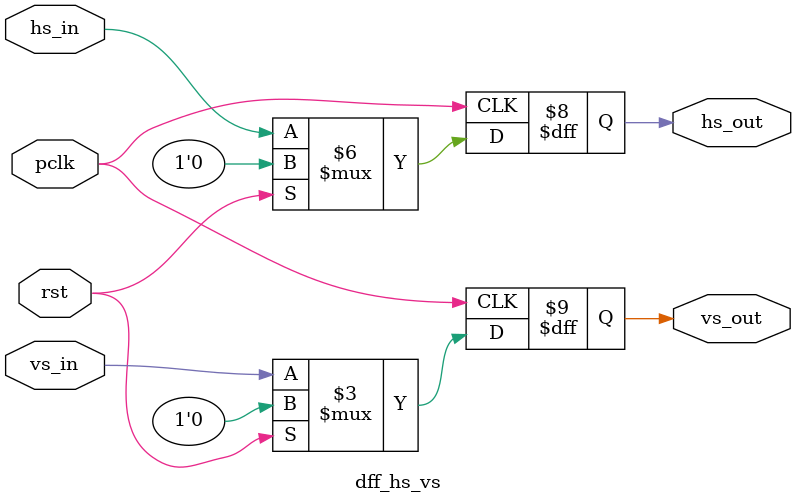
<source format=v>


`timescale 1 ns / 1 ps

// Declare the module and its ports. This is
// using Verilog-2001 syntax.

module dff_hs_vs (
    input wire pclk,                                  // Peripheral Clock
    input wire rst,                                   // Synchrous reset

    input wire hs_in,
    input wire vs_in,

    output reg hs_out,
    output reg vs_out
);

    always @(posedge pclk) begin
        if(rst) begin
            hs_out <= 12'b0;
            vs_out <= 12'b0;
        end
        else begin
            hs_out <= hs_in;
            vs_out <= vs_in;
        end        
    end  
endmodule
</source>
